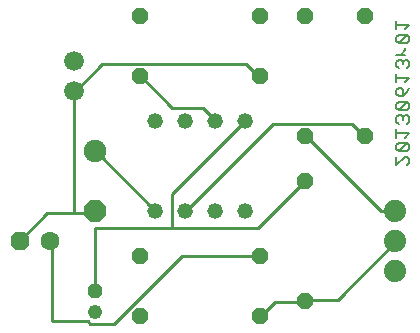
<source format=gbl>
G75*
G70*
%OFA0B0*%
%FSLAX24Y24*%
%IPPOS*%
%LPD*%
%AMOC8*
5,1,8,0,0,1.08239X$1,22.5*
%
%ADD10C,0.0080*%
%ADD11C,0.0520*%
%ADD12OC8,0.0520*%
%ADD13OC8,0.0630*%
%ADD14C,0.0630*%
%ADD15C,0.0750*%
%ADD16OC8,0.0750*%
%ADD17OC8,0.0480*%
%ADD18C,0.0480*%
%ADD19C,0.0660*%
%ADD20C,0.0740*%
%ADD21C,0.0100*%
D10*
X018873Y007190D02*
X019154Y007470D01*
X019224Y007470D01*
X019294Y007400D01*
X019294Y007260D01*
X019224Y007190D01*
X018873Y007190D02*
X018873Y007470D01*
X018943Y007650D02*
X019224Y007931D01*
X018943Y007931D01*
X018873Y007861D01*
X018873Y007720D01*
X018943Y007650D01*
X019224Y007650D01*
X019294Y007720D01*
X019294Y007861D01*
X019224Y007931D01*
X019154Y008111D02*
X019294Y008251D01*
X018873Y008251D01*
X018873Y008111D02*
X018873Y008391D01*
X018943Y008571D02*
X018873Y008641D01*
X018873Y008781D01*
X018943Y008851D01*
X019013Y008851D01*
X019084Y008781D01*
X019084Y008711D01*
X019084Y008781D02*
X019154Y008851D01*
X019224Y008851D01*
X019294Y008781D01*
X019294Y008641D01*
X019224Y008571D01*
X019224Y009032D02*
X018943Y009032D01*
X019224Y009312D01*
X018943Y009312D01*
X018873Y009242D01*
X018873Y009102D01*
X018943Y009032D01*
X019224Y009032D02*
X019294Y009102D01*
X019294Y009242D01*
X019224Y009312D01*
X019084Y009492D02*
X018943Y009492D01*
X018873Y009562D01*
X018873Y009702D01*
X018943Y009772D01*
X019013Y009772D01*
X019084Y009702D01*
X019084Y009492D01*
X019224Y009632D01*
X019294Y009772D01*
X019154Y009952D02*
X019294Y010092D01*
X018873Y010092D01*
X018873Y009952D02*
X018873Y010233D01*
X018943Y010413D02*
X018873Y010483D01*
X018873Y010623D01*
X018943Y010693D01*
X019013Y010693D01*
X019084Y010623D01*
X019084Y010553D01*
X019084Y010623D02*
X019154Y010693D01*
X019224Y010693D01*
X019294Y010623D01*
X019294Y010483D01*
X019224Y010413D01*
X019154Y010873D02*
X018873Y010873D01*
X019013Y010873D02*
X019154Y011013D01*
X019154Y011083D01*
X019224Y011257D02*
X018943Y011257D01*
X019224Y011537D01*
X018943Y011537D01*
X018873Y011467D01*
X018873Y011327D01*
X018943Y011257D01*
X019224Y011257D02*
X019294Y011327D01*
X019294Y011467D01*
X019224Y011537D01*
X019154Y011717D02*
X019294Y011857D01*
X018873Y011857D01*
X018873Y011717D02*
X018873Y011997D01*
D11*
X013833Y008650D03*
X012833Y008650D03*
X011833Y008650D03*
X010833Y008650D03*
X010833Y005650D03*
X011833Y005650D03*
X012833Y005650D03*
X013833Y005650D03*
D12*
X015833Y006650D03*
X015833Y008150D03*
X017833Y008150D03*
X014333Y010150D03*
X014333Y012150D03*
X015833Y012150D03*
X017833Y012150D03*
X010333Y012150D03*
X010333Y010150D03*
X010333Y004150D03*
X010333Y002150D03*
X014333Y002150D03*
X015833Y002650D03*
X014333Y004150D03*
D13*
X006333Y004650D03*
D14*
X007333Y004650D03*
D15*
X008833Y007650D03*
D16*
X008833Y005650D03*
D17*
X008833Y003000D03*
D18*
X008833Y002300D03*
D19*
X008121Y009650D03*
X008121Y010650D03*
D20*
X018833Y005650D03*
X018833Y004650D03*
X018833Y003650D03*
D21*
X008593Y001990D02*
X007393Y001990D01*
X007393Y004630D01*
X007333Y004650D01*
X007233Y005590D02*
X006353Y004710D01*
X006333Y004650D01*
X007233Y005590D02*
X008113Y005590D01*
X008113Y009590D01*
X008121Y009650D01*
X008193Y009670D01*
X009073Y010550D01*
X013873Y010550D01*
X014273Y010150D01*
X014333Y010150D01*
X012833Y008710D02*
X012433Y009110D01*
X011393Y009110D01*
X010353Y010150D01*
X010333Y010150D01*
X012833Y008710D02*
X012833Y008650D01*
X013793Y008630D02*
X013833Y008650D01*
X013793Y008630D02*
X011393Y006230D01*
X011393Y005110D01*
X008833Y005110D01*
X008833Y003000D01*
X008593Y001990D02*
X008673Y001910D01*
X009473Y001910D01*
X011713Y004150D01*
X014333Y004150D01*
X014273Y005110D02*
X015793Y006630D01*
X015833Y006650D01*
X015873Y008150D02*
X015833Y008150D01*
X015873Y008150D02*
X018353Y005670D01*
X018833Y005670D01*
X018833Y005650D01*
X018833Y004650D02*
X018833Y004630D01*
X016913Y002710D01*
X015873Y002710D01*
X015833Y002650D01*
X015793Y002630D01*
X014833Y002630D01*
X014353Y002150D01*
X014333Y002150D01*
X014273Y005110D02*
X011393Y005110D01*
X011833Y005650D02*
X011873Y005670D01*
X014753Y008550D01*
X017393Y008550D01*
X017793Y008150D01*
X017833Y008150D01*
X010833Y005670D02*
X010833Y005650D01*
X010833Y005670D02*
X008913Y007590D01*
X008833Y007590D01*
X008833Y007650D01*
X008833Y005650D02*
X008833Y005590D01*
X008113Y005590D01*
M02*

</source>
